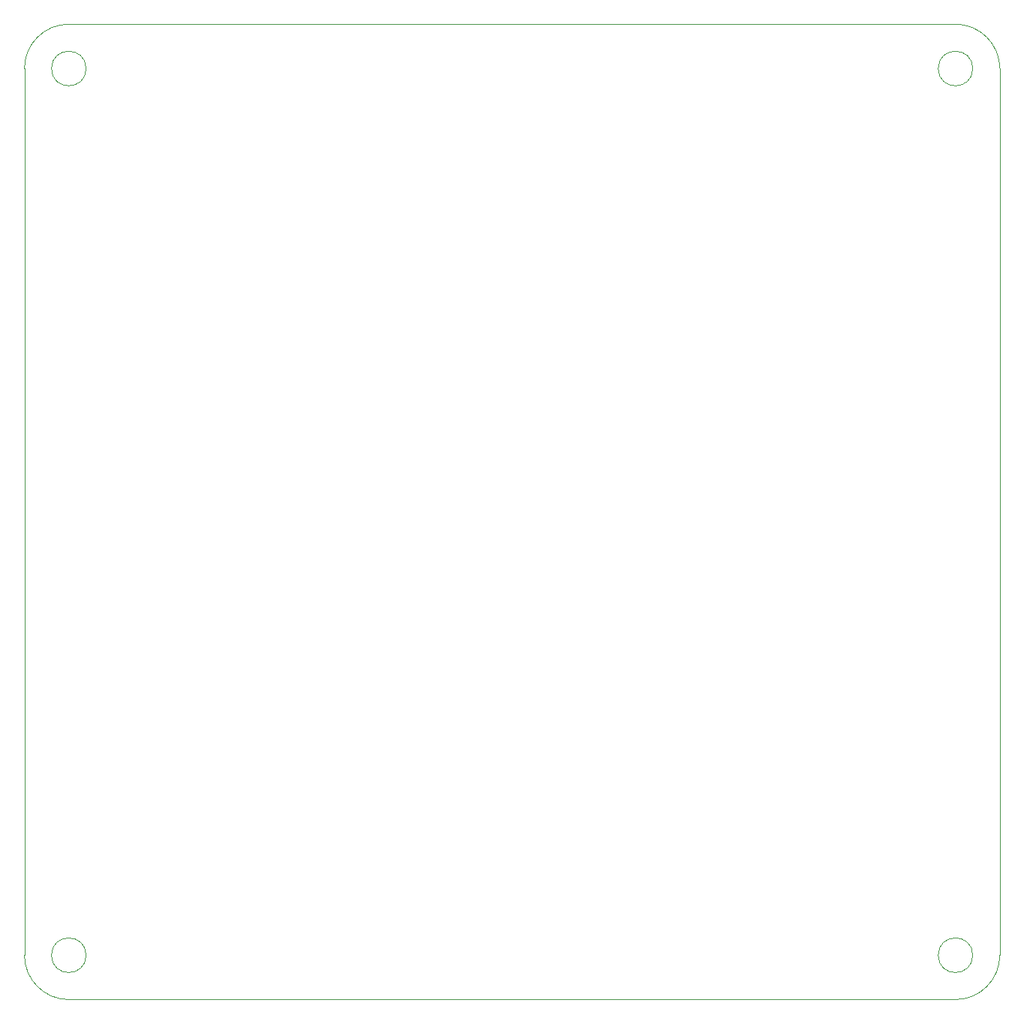
<source format=gm1>
G04*
G04 #@! TF.GenerationSoftware,Altium Limited,Altium Designer,20.1.11 (218)*
G04*
G04 Layer_Color=16711935*
%FSAX25Y25*%
%MOIN*%
G70*
G04*
G04 #@! TF.SameCoordinates,67A62120-44F4-422E-8626-A4E8A68DA6A5*
G04*
G04*
G04 #@! TF.FilePolarity,Positive*
G04*
G01*
G75*
%ADD140C,0.00050*%
D140*
X0007678Y-0393700D02*
G03*
X0007678Y-0393700I-0007678J0000000D01*
G01*
X0401379D02*
G03*
X0401379Y-0393700I-0007678J0000000D01*
G01*
Y0000001D02*
G03*
X0401379Y0000001I-0007678J0000000D01*
G01*
X0007678D02*
G03*
X0007678Y0000001I-0007678J0000000D01*
G01*
X-0019685Y-0393700D02*
G03*
X0000000Y-0413385I0019685J0000000D01*
G01*
X0393701D02*
G03*
X0413386Y-0393700I0000000J0019685D01*
G01*
Y0000001D02*
G03*
X0393701Y0019686I-0019685J0000000D01*
G01*
X0000000D02*
G03*
X-0019685Y0000001I0000000J-0019685D01*
G01*
Y-0393700D02*
Y0000001D01*
X0000000Y-0413385D02*
X0393701D01*
X0413386Y-0393700D02*
Y0000001D01*
X0000000Y0019686D02*
X0393701D01*
M02*

</source>
